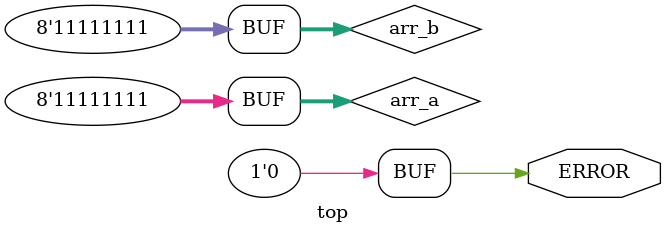
<source format=sv>


/*
:name: operations-on-packed-arrays-equality
:description: Test packed arrays operations support (equality)
:tags: 7.4.3
:type: simulation elaboration parsing
*/
`ifndef SYNTHESIS
`define ASSERT(BOOL) $display(":assert:(%b)", (BOOL))
`else
`define ASSERT(BOOL) ERROR |= !(BOOL)
`endif

module top(output reg ERROR);

bit [7:0] arr_a;
bit [7:0] arr_b;

initial begin
	ERROR = 0;
	arr_a = 8'hff;
	arr_b = 8'hff;
	`ASSERT(arr_a == 'hff);
	`ASSERT(arr_b == 'hff);

	`ASSERT(arr_a == arr_b);
	`ASSERT((arr_a != arr_b) == 0);
end

endmodule

</source>
